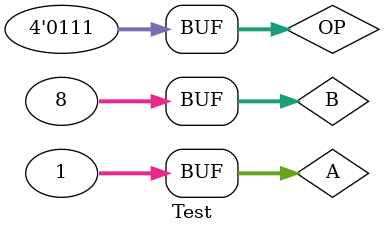
<source format=v>
`timescale 1ns / 1ps
module Test();
    reg [31:0] A,B;
    reg [3:0] OP;
    initial//??????????????
    begin
        /*???*/
            OP=4'b0000;A=32'h0000_0000; B=32'h0000_0001;#50;
            OP=4'b0000;A=32'h0000_0001; B=32'h0000_0001;#50;
        /*???*/
            OP=4'b0001;A=32'h0000_0000; B=32'h0000_0001;#50;
            OP=4'b0001;A=32'h0000_0000; B=32'h0000_0000;#50;
        /*????*/
            OP=4'b0010;A=32'h0000_0000; B=32'h0000_0001;#50;
            OP=4'b0010;A=32'h0000_0000; B=32'h0000_0000;#50;
        /*????*/
            OP=4'b0011;A=32'h0000_0000; B=32'h0000_0001;#50;
            OP=4'b0011;A=32'h0000_0000; B=32'h0000_0000;#50;
        /*?????*/
            OP=4'b0100;A=32'h7FFF_FFFF; B=32'h7FFF_FFFF;#50;
            OP=4'b0100;A=32'hFFFF_FFFF; B=32'hFFFF_FFFF;#50;
        /*?????*/
            OP=4'b0101;A=32'h7FFF_FFFF; B=32'h7FFF_FFFD;#50;
            OP=4'b0101;A=32'h7FFF_FFFF; B=32'hFFFF_FFFF;#50;
        /*A<B?,??1?????0*/
            OP=4'b0110;A=32'h7FFF_FFFF; B=32'h8FFF_FFFF;#50;
            OP=4'b0110;A=32'hFFFF_FFFF; B=32'h7FFF_FFFF;#50;
        /*B????A?????*/
            OP=4'b0111;A=32'h0000_0001; B=32'h0000_0001;#50;
            OP=4'b0111;A=32'h0000_0001; B=32'h0000_0008;#50;
    end
    wire [31:0] F;
    wire ZF, CF, OF, SF, PF;
    ALU ALU_test(
        .OP(OP),
        .A(A),
        .B(B),
        .F(F),
        .ZF(ZF),
        .CF(CF),
        .OF(OF),
        .SF(SF),
        .PF(PF)
    );
    
endmodule

</source>
